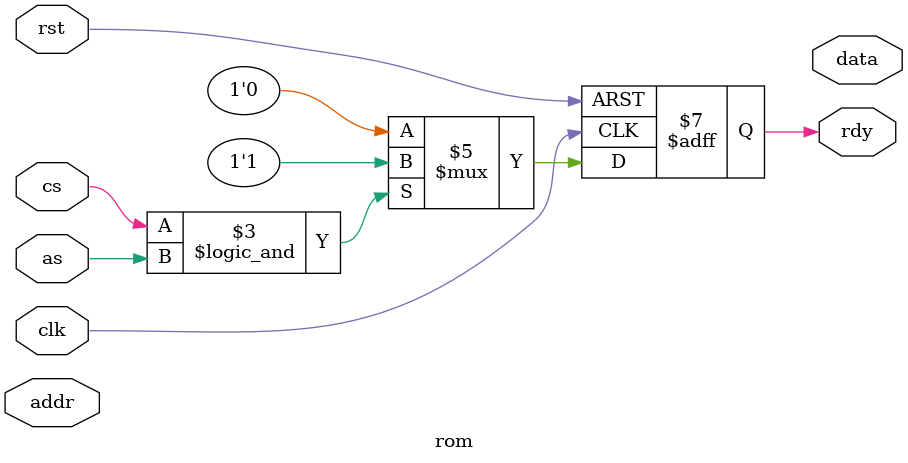
<source format=v>
`timescale 1ns / 1ps

`define WORD 32  // 1word
`define WORD_ADDR_W 30  // address width 1word

`define WORD_MSB `WORD-1
`define WORD_ADDR_MSB `WORD_ADDR_W-1


module rom(
    input clk,
    input rst,
    input cs,
    input as,
    input [11:0] addr,
    output[`WORD_MSB:0] data,
    output reg rdy
    );
   /* 
    x_s3e_sprom x_s3e_sprom (
    		.clka  (clk),					// ?N???b?N
    		.addra (addr),					// ?A?h???X
    		.douta (data)				// ???o???f?[?^
    	);
    	*/        
    always@(posedge clk or negedge rst)begin
      if(~rst)begin
        rdy<=0;
      end
      else if(cs&&as)begin
        rdy<=1;
      end
      else rdy<=0;
    end
endmodule

</source>
